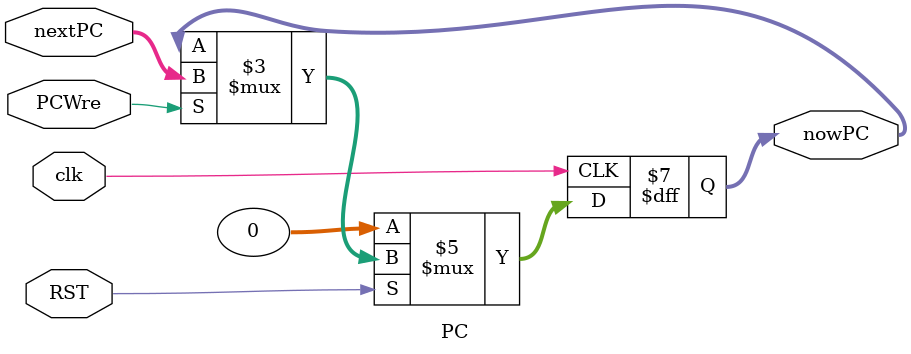
<source format=v>
`timescale 1ns / 1ps


module PC(clk, RST, PCWre, nextPC, nowPC);
    input clk;
    input RST;
    input PCWre;
    input [31:0] nextPC;
    output reg [31:0] nowPC;
    
    always @(posedge clk) begin
        if (RST == 0) begin     //  µ±RSTÎª0Ê±½«µ±Ç°PCµØÖ·ÖØÖÃÎª0
            nowPC <= 0;
        end
        else begin      //  Ö»ÓÐµ±PCWreÎª1Ê±²Å½øÐÐPCÐ´²Ù×÷£¬ÆäËûÊ±ºò²»¶Ôµ±Ç°PC½øÐÐÐÞ¸Ä
            nowPC <= PCWre ? nextPC : nowPC;
        end
    end
endmodule

</source>
